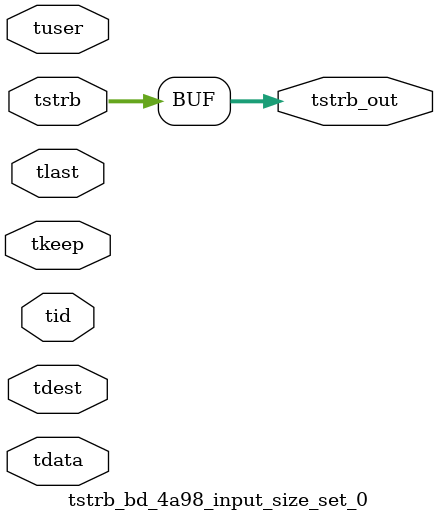
<source format=v>


`timescale 1ps/1ps

module tstrb_bd_4a98_input_size_set_0 #
(
parameter C_S_AXIS_TDATA_WIDTH = 32,
parameter C_S_AXIS_TUSER_WIDTH = 0,
parameter C_S_AXIS_TID_WIDTH   = 0,
parameter C_S_AXIS_TDEST_WIDTH = 0,
parameter C_M_AXIS_TDATA_WIDTH = 32
)
(
input  [(C_S_AXIS_TDATA_WIDTH == 0 ? 1 : C_S_AXIS_TDATA_WIDTH)-1:0     ] tdata,
input  [(C_S_AXIS_TUSER_WIDTH == 0 ? 1 : C_S_AXIS_TUSER_WIDTH)-1:0     ] tuser,
input  [(C_S_AXIS_TID_WIDTH   == 0 ? 1 : C_S_AXIS_TID_WIDTH)-1:0       ] tid,
input  [(C_S_AXIS_TDEST_WIDTH == 0 ? 1 : C_S_AXIS_TDEST_WIDTH)-1:0     ] tdest,
input  [(C_S_AXIS_TDATA_WIDTH/8)-1:0 ] tkeep,
input  [(C_S_AXIS_TDATA_WIDTH/8)-1:0 ] tstrb,
input                                                                    tlast,
output [(C_M_AXIS_TDATA_WIDTH/8)-1:0 ] tstrb_out
);

assign tstrb_out = {tstrb[5:0]};

endmodule


</source>
